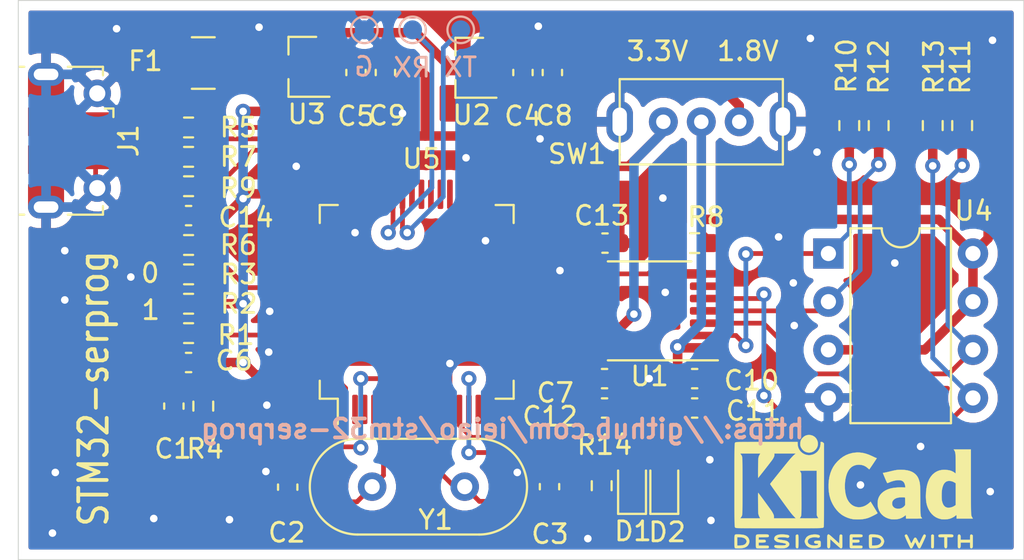
<source format=kicad_pcb>
(kicad_pcb (version 20171130) (host pcbnew 5.1.9+dfsg1-1~bpo10+1)
  (layers (0 F.Cu signal) (31 B.Cu signal) (34 B.Paste user) (35 F.Paste user) (36 B.SilkS user) (37 F.SilkS user) (38 B.Mask user) (39 F.Mask user) (44 Edge.Cuts user))
  (net 0 "")
  (net 1 GND)
  (net 2 nRST)
  (net 3 OSC_I)
  (net 4 OSC_O)
  (net 5 +1V8)
  (net 6 +3V3)
  (net 7 FLASH_VCC)
  (net 8 "Net-(D1-Pad1)")
  (net 9 "Net-(F1-Pad1)")
  (net 10 "Net-(F1-Pad2)")
  (net 11 "Net-(J1-Pad2)")
  (net 12 "Net-(J1-Pad3)")
  (net 13 "Net-(J1-Pad4)")
  (net 14 USART1_RX)
  (net 15 USART1_TX)
  (net 16 "Net-(R1-Pad1)")
  (net 17 BOOT0)
  (net 18 USBDM)
  (net 19 BOOT1)
  (net 20 USBDP)
  (net 21 "Net-(R8-Pad2)")
  (net 22 PA13)
  (net 23 FLASH_NSS)
  (net 24 FLASH_SCK)
  (net 25 FLASH_MOSI)
  (net 26 FLASH_MISO)
  (net 27 PA0)
  (net 28 "Net-(U1-Pad6)")
  (net 29 "Net-(U1-Pad9)")
  (net 30 SPI1_MISO)
  (net 31 SPI1_MOSI)
  (net 32 SPI1_SCK)
  (net 33 SPI1_NSS)
  (net 34 "Net-(U5-Pad2)")
  (net 35 "Net-(U5-Pad3)")
  (net 36 "Net-(U5-Pad4)")
  (net 37 "Net-(U5-Pad8)")
  (net 38 "Net-(U5-Pad9)")
  (net 39 "Net-(U5-Pad10)")
  (net 40 "Net-(U5-Pad11)")
  (net 41 "Net-(U5-Pad15)")
  (net 42 "Net-(U5-Pad16)")
  (net 43 "Net-(U5-Pad17)")
  (net 44 "Net-(U5-Pad24)")
  (net 45 "Net-(U5-Pad25)")
  (net 46 "Net-(U5-Pad26)")
  (net 47 "Net-(U5-Pad27)")
  (net 48 "Net-(U5-Pad28)")
  (net 49 "Net-(U5-Pad29)")
  (net 50 "Net-(U5-Pad30)")
  (net 51 "Net-(U5-Pad33)")
  (net 52 "Net-(U5-Pad34)")
  (net 53 "Net-(U5-Pad35)")
  (net 54 "Net-(U5-Pad36)")
  (net 55 "Net-(U5-Pad37)")
  (net 56 "Net-(U5-Pad38)")
  (net 57 "Net-(U5-Pad39)")
  (net 58 "Net-(U5-Pad40)")
  (net 59 "Net-(U5-Pad41)")
  (net 60 "Net-(U5-Pad49)")
  (net 61 "Net-(U5-Pad50)")
  (net 62 "Net-(U5-Pad51)")
  (net 63 "Net-(U5-Pad52)")
  (net 64 "Net-(U5-Pad53)")
  (net 65 "Net-(U5-Pad54)")
  (net 66 "Net-(U5-Pad56)")
  (net 67 "Net-(U5-Pad57)")
  (net 68 "Net-(U5-Pad58)")
  (net 69 "Net-(U5-Pad59)")
  (net 70 "Net-(U5-Pad61)")
  (net 71 "Net-(U5-Pad62)")
  (module Symbol:KiCad-Logo2_5mm_SilkScreen (layer F.Cu) (at 146.125 81.7)
    (fp_text reference REF** hide)
    (fp_text value KiCad-Logo2_5mm_SilkScreen hide)
  )
  (module Package_SO:TSSOP-14_4.4x5mm_P0.65mm (layer F.Cu) (at 135.375 72.175 180)
    (fp_text reference U1 (at 0 -3.45) (layer F.SilkS))
    (fp_text value TXB0104PW)
    (pad 14 smd roundrect (at 2.8625 -1.95 180) (size 1.475 0.4) (layers F.Cu F.Paste F.Mask) (net 6 +3V3))
    (pad 13 smd roundrect (at 2.8625 -1.3 180) (size 1.475 0.4) (layers F.Cu F.Paste F.Mask) (net 33 SPI1_NSS))
    (pad 12 smd roundrect (at 2.8625 -0.65 180) (size 1.475 0.4) (layers F.Cu F.Paste F.Mask) (net 32 SPI1_SCK))
    (pad 11 smd roundrect (at 2.8625 0 180) (size 1.475 0.4) (layers F.Cu F.Paste F.Mask) (net 30 SPI1_MISO))
    (pad 10 smd roundrect (at 2.8625 0.65 180) (size 1.475 0.4) (layers F.Cu F.Paste F.Mask) (net 31 SPI1_MOSI))
    (pad 9 smd roundrect (at 2.8625 1.3 180) (size 1.475 0.4) (layers F.Cu F.Paste F.Mask) (net 29 "Net-(U1-Pad9)"))
    (pad 8 smd roundrect (at 2.8625 1.95 180) (size 1.475 0.4) (layers F.Cu F.Paste F.Mask) (net 21 "Net-(R8-Pad2)"))
    (pad 7 smd roundrect (at -2.8625 1.95 180) (size 1.475 0.4) (layers F.Cu F.Paste F.Mask) (net 1 GND))
    (pad 6 smd roundrect (at -2.8625 1.3 180) (size 1.475 0.4) (layers F.Cu F.Paste F.Mask) (net 28 "Net-(U1-Pad6)"))
    (pad 5 smd roundrect (at -2.8625 0.65 180) (size 1.475 0.4) (layers F.Cu F.Paste F.Mask) (net 25 FLASH_MOSI))
    (pad 4 smd roundrect (at -2.8625 0 180) (size 1.475 0.4) (layers F.Cu F.Paste F.Mask) (net 26 FLASH_MISO))
    (pad 3 smd roundrect (at -2.8625 -0.65 180) (size 1.475 0.4) (layers F.Cu F.Paste F.Mask) (net 24 FLASH_SCK))
    (pad 2 smd roundrect (at -2.8625 -1.3 180) (size 1.475 0.4) (layers F.Cu F.Paste F.Mask) (net 23 FLASH_NSS))
    (pad 1 smd roundrect (at -2.8625 -1.95 180) (size 1.475 0.4) (layers F.Cu F.Paste F.Mask) (net 7 FLASH_VCC))
  )
  (module Connector_USB:USB_Micro-B_Molex-105017-0001 (layer F.Cu) (at 104.8 63.2 270)
    (fp_text reference J1 (at 0 -3.1125 90) (layer F.SilkS))
    (fp_text value USB_B_Micro)
    (pad 6 smd rect (at 1 1.2375 270) (size 1.5 1.9) (layers F.Cu F.Paste F.Mask) (net 1 GND))
    (pad 6 thru_hole circle (at -2.5 -1.4625 270) (size 1.45 1.45) (drill 0.85) (layers *.Cu *.Mask) (net 1 GND))
    (pad 2 smd rect (at -0.65 -1.4625 270) (size 0.4 1.35) (layers F.Cu F.Paste F.Mask) (net 11 "Net-(J1-Pad2)"))
    (pad 1 smd rect (at -1.3 -1.4625 270) (size 0.4 1.35) (layers F.Cu F.Paste F.Mask) (net 9 "Net-(F1-Pad1)"))
    (pad 5 smd rect (at 1.3 -1.4625 270) (size 0.4 1.35) (layers F.Cu F.Paste F.Mask) (net 1 GND))
    (pad 4 smd rect (at 0.65 -1.4625 270) (size 0.4 1.35) (layers F.Cu F.Paste F.Mask) (net 13 "Net-(J1-Pad4)"))
    (pad 3 smd rect (at 0 -1.4625 270) (size 0.4 1.35) (layers F.Cu F.Paste F.Mask) (net 12 "Net-(J1-Pad3)"))
    (pad 6 thru_hole circle (at 2.5 -1.4625 270) (size 1.45 1.45) (drill 0.85) (layers *.Cu *.Mask) (net 1 GND))
    (pad 6 smd rect (at -1 1.2375 270) (size 1.5 1.9) (layers F.Cu F.Paste F.Mask) (net 1 GND))
    (pad 6 thru_hole oval (at -3.5 1.2375 90) (size 1.2 1.9) (drill oval 0.6 1.3) (layers *.Cu *.Mask) (net 1 GND))
    (pad 6 thru_hole oval (at 3.5 1.2375 270) (size 1.2 1.9) (drill oval 0.6 1.3) (layers *.Cu *.Mask) (net 1 GND))
    (pad 6 smd rect (at 2.9 1.2375 270) (size 1.2 1.9) (layers F.Cu F.Mask) (net 1 GND))
    (pad 6 smd rect (at -2.9 1.2375 270) (size 1.2 1.9) (layers F.Cu F.Mask) (net 1 GND))
  )
  (module TestPoint:TestPoint_Pad_D1.0mm (layer B.Cu) (at 122.88 57.35)
    (fp_text reference RX (at -0.02 1.99) (layer B.SilkS) (effects (justify mirror)))
    (fp_text value RX)
    (pad 1 smd circle (at 0 0) (size 1 1) (layers B.Cu B.Mask) (net 14 USART1_RX))
  )
  (module TestPoint:TestPoint_Pad_D1.0mm (layer B.Cu) (at 125.42 57.35)
    (fp_text reference TX (at 0 1.97) (layer B.SilkS) (effects (justify mirror)))
    (fp_text value TX)
    (pad 1 smd circle (at 0 0) (size 1 1) (layers B.Cu B.Mask) (net 15 USART1_TX))
  )
  (module TestPoint:TestPoint_Pad_D1.0mm (layer B.Cu) (at 120.34 57.35)
    (fp_text reference G (at -0.02 1.94) (layer B.SilkS) (effects (justify mirror)))
    (fp_text value GND)
    (pad 1 smd circle (at 0 0) (size 1 1) (layers B.Cu B.Mask) (net 1 GND))
  )
  (module Package_DIP:DIP-8_W7.62mm (layer F.Cu) (at 144.8 69.15)
    (fp_text reference U4 (at 7.65 -2.25) (layer F.SilkS))
    (fp_text value AT25xxx)
    (pad 8 thru_hole oval (at 7.62 0) (size 1.6 1.6) (drill 0.8) (layers *.Cu *.Mask) (net 7 FLASH_VCC))
    (pad 4 thru_hole oval (at 0 7.62) (size 1.6 1.6) (drill 0.8) (layers *.Cu *.Mask) (net 1 GND))
    (pad 7 thru_hole oval (at 7.62 2.54) (size 1.6 1.6) (drill 0.8) (layers *.Cu *.Mask) (net 7 FLASH_VCC))
    (pad 3 thru_hole oval (at 0 5.08) (size 1.6 1.6) (drill 0.8) (layers *.Cu *.Mask) (net 7 FLASH_VCC))
    (pad 6 thru_hole oval (at 7.62 5.08) (size 1.6 1.6) (drill 0.8) (layers *.Cu *.Mask) (net 24 FLASH_SCK))
    (pad 2 thru_hole oval (at 0 2.54) (size 1.6 1.6) (drill 0.8) (layers *.Cu *.Mask) (net 26 FLASH_MISO))
    (pad 5 thru_hole oval (at 7.62 7.62) (size 1.6 1.6) (drill 0.8) (layers *.Cu *.Mask) (net 25 FLASH_MOSI))
    (pad 1 thru_hole rect (at 0 0) (size 1.6 1.6) (drill 0.8) (layers *.Cu *.Mask) (net 23 FLASH_NSS))
  )
  (module Crystal:Crystal_HC49-4H_Vertical (layer F.Cu) (at 120.75 81.45)
    (fp_text reference Y1 (at 3.35 1.75) (layer F.SilkS))
    (fp_text value 8M)
    (pad 2 thru_hole circle (at 4.88 0) (size 1.5 1.5) (drill 0.8) (layers *.Cu *.Mask) (net 4 OSC_O))
    (pad 1 thru_hole circle (at 0 0) (size 1.5 1.5) (drill 0.8) (layers *.Cu *.Mask) (net 3 OSC_I))
  )
  (module Package_QFP:LQFP-64_10x10mm_P0.5mm (layer F.Cu) (at 123.1 71.7 90)
    (fp_text reference U5 (at 7.55 0.25 180) (layer F.SilkS))
    (fp_text value STM32F102R8Tx)
    (pad 64 smd roundrect (at -3.75 -5.675 90) (size 0.3 1.55) (layers F.Cu F.Paste F.Mask) (net 6 +3V3))
    (pad 63 smd roundrect (at -3.25 -5.675 90) (size 0.3 1.55) (layers F.Cu F.Paste F.Mask) (net 1 GND))
    (pad 62 smd roundrect (at -2.75 -5.675 90) (size 0.3 1.55) (layers F.Cu F.Paste F.Mask) (net 71 "Net-(U5-Pad62)"))
    (pad 61 smd roundrect (at -2.25 -5.675 90) (size 0.3 1.55) (layers F.Cu F.Paste F.Mask) (net 70 "Net-(U5-Pad61)"))
    (pad 60 smd roundrect (at -1.75 -5.675 90) (size 0.3 1.55) (layers F.Cu F.Paste F.Mask) (net 17 BOOT0))
    (pad 59 smd roundrect (at -1.25 -5.675 90) (size 0.3 1.55) (layers F.Cu F.Paste F.Mask) (net 69 "Net-(U5-Pad59)"))
    (pad 58 smd roundrect (at -0.75 -5.675 90) (size 0.3 1.55) (layers F.Cu F.Paste F.Mask) (net 68 "Net-(U5-Pad58)"))
    (pad 57 smd roundrect (at -0.25 -5.675 90) (size 0.3 1.55) (layers F.Cu F.Paste F.Mask) (net 67 "Net-(U5-Pad57)"))
    (pad 56 smd roundrect (at 0.25 -5.675 90) (size 0.3 1.55) (layers F.Cu F.Paste F.Mask) (net 66 "Net-(U5-Pad56)"))
    (pad 55 smd roundrect (at 0.75 -5.675 90) (size 0.3 1.55) (layers F.Cu F.Paste F.Mask) (net 19 BOOT1))
    (pad 54 smd roundrect (at 1.25 -5.675 90) (size 0.3 1.55) (layers F.Cu F.Paste F.Mask) (net 65 "Net-(U5-Pad54)"))
    (pad 53 smd roundrect (at 1.75 -5.675 90) (size 0.3 1.55) (layers F.Cu F.Paste F.Mask) (net 64 "Net-(U5-Pad53)"))
    (pad 52 smd roundrect (at 2.25 -5.675 90) (size 0.3 1.55) (layers F.Cu F.Paste F.Mask) (net 63 "Net-(U5-Pad52)"))
    (pad 51 smd roundrect (at 2.75 -5.675 90) (size 0.3 1.55) (layers F.Cu F.Paste F.Mask) (net 62 "Net-(U5-Pad51)"))
    (pad 50 smd roundrect (at 3.25 -5.675 90) (size 0.3 1.55) (layers F.Cu F.Paste F.Mask) (net 61 "Net-(U5-Pad50)"))
    (pad 49 smd roundrect (at 3.75 -5.675 90) (size 0.3 1.55) (layers F.Cu F.Paste F.Mask) (net 60 "Net-(U5-Pad49)"))
    (pad 48 smd roundrect (at 5.675 -3.75 90) (size 1.55 0.3) (layers F.Cu F.Paste F.Mask) (net 6 +3V3))
    (pad 47 smd roundrect (at 5.675 -3.25 90) (size 1.55 0.3) (layers F.Cu F.Paste F.Mask) (net 1 GND))
    (pad 46 smd roundrect (at 5.675 -2.75 90) (size 1.55 0.3) (layers F.Cu F.Paste F.Mask) (net 22 PA13))
    (pad 45 smd roundrect (at 5.675 -2.25 90) (size 1.55 0.3) (layers F.Cu F.Paste F.Mask) (net 20 USBDP))
    (pad 44 smd roundrect (at 5.675 -1.75 90) (size 1.55 0.3) (layers F.Cu F.Paste F.Mask) (net 18 USBDM))
    (pad 43 smd roundrect (at 5.675 -1.25 90) (size 1.55 0.3) (layers F.Cu F.Paste F.Mask) (net 14 USART1_RX))
    (pad 42 smd roundrect (at 5.675 -0.75 90) (size 1.55 0.3) (layers F.Cu F.Paste F.Mask) (net 15 USART1_TX))
    (pad 41 smd roundrect (at 5.675 -0.25 90) (size 1.55 0.3) (layers F.Cu F.Paste F.Mask) (net 59 "Net-(U5-Pad41)"))
    (pad 40 smd roundrect (at 5.675 0.25 90) (size 1.55 0.3) (layers F.Cu F.Paste F.Mask) (net 58 "Net-(U5-Pad40)"))
    (pad 39 smd roundrect (at 5.675 0.75 90) (size 1.55 0.3) (layers F.Cu F.Paste F.Mask) (net 57 "Net-(U5-Pad39)"))
    (pad 38 smd roundrect (at 5.675 1.25 90) (size 1.55 0.3) (layers F.Cu F.Paste F.Mask) (net 56 "Net-(U5-Pad38)"))
    (pad 37 smd roundrect (at 5.675 1.75 90) (size 1.55 0.3) (layers F.Cu F.Paste F.Mask) (net 55 "Net-(U5-Pad37)"))
    (pad 36 smd roundrect (at 5.675 2.25 90) (size 1.55 0.3) (layers F.Cu F.Paste F.Mask) (net 54 "Net-(U5-Pad36)"))
    (pad 35 smd roundrect (at 5.675 2.75 90) (size 1.55 0.3) (layers F.Cu F.Paste F.Mask) (net 53 "Net-(U5-Pad35)"))
    (pad 34 smd roundrect (at 5.675 3.25 90) (size 1.55 0.3) (layers F.Cu F.Paste F.Mask) (net 52 "Net-(U5-Pad34)"))
    (pad 33 smd roundrect (at 5.675 3.75 90) (size 1.55 0.3) (layers F.Cu F.Paste F.Mask) (net 51 "Net-(U5-Pad33)"))
    (pad 32 smd roundrect (at 3.75 5.675 90) (size 0.3 1.55) (layers F.Cu F.Paste F.Mask) (net 6 +3V3))
    (pad 31 smd roundrect (at 3.25 5.675 90) (size 0.3 1.55) (layers F.Cu F.Paste F.Mask) (net 1 GND))
    (pad 30 smd roundrect (at 2.75 5.675 90) (size 0.3 1.55) (layers F.Cu F.Paste F.Mask) (net 50 "Net-(U5-Pad30)"))
    (pad 29 smd roundrect (at 2.25 5.675 90) (size 0.3 1.55) (layers F.Cu F.Paste F.Mask) (net 49 "Net-(U5-Pad29)"))
    (pad 28 smd roundrect (at 1.75 5.675 90) (size 0.3 1.55) (layers F.Cu F.Paste F.Mask) (net 48 "Net-(U5-Pad28)"))
    (pad 27 smd roundrect (at 1.25 5.675 90) (size 0.3 1.55) (layers F.Cu F.Paste F.Mask) (net 47 "Net-(U5-Pad27)"))
    (pad 26 smd roundrect (at 0.75 5.675 90) (size 0.3 1.55) (layers F.Cu F.Paste F.Mask) (net 46 "Net-(U5-Pad26)"))
    (pad 25 smd roundrect (at 0.25 5.675 90) (size 0.3 1.55) (layers F.Cu F.Paste F.Mask) (net 45 "Net-(U5-Pad25)"))
    (pad 24 smd roundrect (at -0.25 5.675 90) (size 0.3 1.55) (layers F.Cu F.Paste F.Mask) (net 44 "Net-(U5-Pad24)"))
    (pad 23 smd roundrect (at -0.75 5.675 90) (size 0.3 1.55) (layers F.Cu F.Paste F.Mask) (net 31 SPI1_MOSI))
    (pad 22 smd roundrect (at -1.25 5.675 90) (size 0.3 1.55) (layers F.Cu F.Paste F.Mask) (net 30 SPI1_MISO))
    (pad 21 smd roundrect (at -1.75 5.675 90) (size 0.3 1.55) (layers F.Cu F.Paste F.Mask) (net 32 SPI1_SCK))
    (pad 20 smd roundrect (at -2.25 5.675 90) (size 0.3 1.55) (layers F.Cu F.Paste F.Mask) (net 33 SPI1_NSS))
    (pad 19 smd roundrect (at -2.75 5.675 90) (size 0.3 1.55) (layers F.Cu F.Paste F.Mask) (net 6 +3V3))
    (pad 18 smd roundrect (at -3.25 5.675 90) (size 0.3 1.55) (layers F.Cu F.Paste F.Mask) (net 1 GND))
    (pad 17 smd roundrect (at -3.75 5.675 90) (size 0.3 1.55) (layers F.Cu F.Paste F.Mask) (net 43 "Net-(U5-Pad17)"))
    (pad 16 smd roundrect (at -5.675 3.75 90) (size 1.55 0.3) (layers F.Cu F.Paste F.Mask) (net 42 "Net-(U5-Pad16)"))
    (pad 15 smd roundrect (at -5.675 3.25 90) (size 1.55 0.3) (layers F.Cu F.Paste F.Mask) (net 41 "Net-(U5-Pad15)"))
    (pad 14 smd roundrect (at -5.675 2.75 90) (size 1.55 0.3) (layers F.Cu F.Paste F.Mask) (net 27 PA0))
    (pad 13 smd roundrect (at -5.675 2.25 90) (size 1.55 0.3) (layers F.Cu F.Paste F.Mask) (net 6 +3V3))
    (pad 12 smd roundrect (at -5.675 1.75 90) (size 1.55 0.3) (layers F.Cu F.Paste F.Mask) (net 1 GND))
    (pad 11 smd roundrect (at -5.675 1.25 90) (size 1.55 0.3) (layers F.Cu F.Paste F.Mask) (net 40 "Net-(U5-Pad11)"))
    (pad 10 smd roundrect (at -5.675 0.75 90) (size 1.55 0.3) (layers F.Cu F.Paste F.Mask) (net 39 "Net-(U5-Pad10)"))
    (pad 9 smd roundrect (at -5.675 0.25 90) (size 1.55 0.3) (layers F.Cu F.Paste F.Mask) (net 38 "Net-(U5-Pad9)"))
    (pad 8 smd roundrect (at -5.675 -0.25 90) (size 1.55 0.3) (layers F.Cu F.Paste F.Mask) (net 37 "Net-(U5-Pad8)"))
    (pad 7 smd roundrect (at -5.675 -0.75 90) (size 1.55 0.3) (layers F.Cu F.Paste F.Mask) (net 2 nRST))
    (pad 6 smd roundrect (at -5.675 -1.25 90) (size 1.55 0.3) (layers F.Cu F.Paste F.Mask) (net 4 OSC_O))
    (pad 5 smd roundrect (at -5.675 -1.75 90) (size 1.55 0.3) (layers F.Cu F.Paste F.Mask) (net 3 OSC_I))
    (pad 4 smd roundrect (at -5.675 -2.25 90) (size 1.55 0.3) (layers F.Cu F.Paste F.Mask) (net 36 "Net-(U5-Pad4)"))
    (pad 3 smd roundrect (at -5.675 -2.75 90) (size 1.55 0.3) (layers F.Cu F.Paste F.Mask) (net 35 "Net-(U5-Pad3)"))
    (pad 2 smd roundrect (at -5.675 -3.25 90) (size 1.55 0.3) (layers F.Cu F.Paste F.Mask) (net 34 "Net-(U5-Pad2)"))
    (pad 1 smd roundrect (at -5.675 -3.75 90) (size 1.55 0.3) (layers F.Cu F.Paste F.Mask) (net 6 +3V3))
  )
  (module Resistor_SMD:R_0603_1608Metric (layer F.Cu) (at 151.85 62.4 270)
    (fp_text reference R11 (at -3.1 0.1 270) (layer F.SilkS))
    (fp_text value 10K)
    (pad 1 smd roundrect (at -0.825 0 270) (size 0.8 0.95) (layers F.Cu F.Paste F.Mask) (net 7 FLASH_VCC))
    (pad 2 smd roundrect (at 0.825 0 270) (size 0.8 0.95) (layers F.Cu F.Paste F.Mask) (net 24 FLASH_SCK))
  )
  (module Capacitor_SMD:C_0603_1608Metric (layer F.Cu) (at 110.3 77.2 90)
    (fp_text reference C1 (at -2.25 -0.05 180) (layer F.SilkS))
    (fp_text value 100nF)
    (pad 1 smd roundrect (at -0.775 0 90) (size 0.9 0.95) (layers F.Cu F.Paste F.Mask) (net 2 nRST))
    (pad 2 smd roundrect (at 0.775 0 90) (size 0.9 0.95) (layers F.Cu F.Paste F.Mask) (net 1 GND))
  )
  (module Capacitor_SMD:C_0603_1608Metric (layer F.Cu) (at 116.3 81.475 90)
    (fp_text reference C2 (at -2.4 -0.05) (layer F.SilkS))
    (fp_text value 22pF)
    (pad 2 smd roundrect (at 0.775 0 90) (size 0.9 0.95) (layers F.Cu F.Paste F.Mask) (net 1 GND))
    (pad 1 smd roundrect (at -0.775 0 90) (size 0.9 0.95) (layers F.Cu F.Paste F.Mask) (net 3 OSC_I))
  )
  (module Capacitor_SMD:C_0603_1608Metric (layer F.Cu) (at 130.1 81.45 90)
    (fp_text reference C3 (at -2.5 0.025) (layer F.SilkS))
    (fp_text value 22pF)
    (pad 1 smd roundrect (at -0.775 0 90) (size 0.9 0.95) (layers F.Cu F.Paste F.Mask) (net 4 OSC_O))
    (pad 2 smd roundrect (at 0.775 0 90) (size 0.9 0.95) (layers F.Cu F.Paste F.Mask) (net 1 GND))
  )
  (module Capacitor_SMD:C_0603_1608Metric (layer F.Cu) (at 128.7 59.6 270)
    (fp_text reference C4 (at 2.3 0) (layer F.SilkS))
    (fp_text value 4.7uF)
    (pad 2 smd roundrect (at 0.775 0 270) (size 0.9 0.95) (layers F.Cu F.Paste F.Mask) (net 1 GND))
    (pad 1 smd roundrect (at -0.775 0 270) (size 0.9 0.95) (layers F.Cu F.Paste F.Mask) (net 5 +1V8))
  )
  (module Capacitor_SMD:C_0603_1608Metric (layer F.Cu) (at 119.9 59.6 270)
    (fp_text reference C5 (at 2.3 0) (layer F.SilkS))
    (fp_text value 4.7uF)
    (pad 1 smd roundrect (at -0.775 0 270) (size 0.9 0.95) (layers F.Cu F.Paste F.Mask) (net 6 +3V3))
    (pad 2 smd roundrect (at 0.775 0 270) (size 0.9 0.95) (layers F.Cu F.Paste F.Mask) (net 1 GND))
  )
  (module Capacitor_SMD:C_0603_1608Metric (layer F.Cu) (at 111.075 74.9 180)
    (fp_text reference C6 (at -2.4 0.1) (layer F.SilkS))
    (fp_text value 100nF)
    (pad 2 smd roundrect (at 0.775 0 180) (size 0.9 0.95) (layers F.Cu F.Paste F.Mask) (net 1 GND))
    (pad 1 smd roundrect (at -0.775 0 180) (size 0.9 0.95) (layers F.Cu F.Paste F.Mask) (net 6 +3V3))
  )
  (module Capacitor_SMD:C_0603_1608Metric (layer F.Cu) (at 133 75.75 180)
    (fp_text reference C7 (at 2.6 -0.75) (layer F.SilkS))
    (fp_text value 100nF)
    (pad 1 smd roundrect (at -0.775 0 180) (size 0.9 0.95) (layers F.Cu F.Paste F.Mask) (net 6 +3V3))
    (pad 2 smd roundrect (at 0.775 0 180) (size 0.9 0.95) (layers F.Cu F.Paste F.Mask) (net 1 GND))
  )
  (module Capacitor_SMD:C_0603_1608Metric (layer F.Cu) (at 130.25 59.6 270)
    (fp_text reference C8 (at 2.275 -0.1) (layer F.SilkS))
    (fp_text value 100nF)
    (pad 1 smd roundrect (at -0.775 0 270) (size 0.9 0.95) (layers F.Cu F.Paste F.Mask) (net 5 +1V8))
    (pad 2 smd roundrect (at 0.775 0 270) (size 0.9 0.95) (layers F.Cu F.Paste F.Mask) (net 1 GND))
  )
  (module Capacitor_SMD:C_0603_1608Metric (layer F.Cu) (at 121.45 59.6 270)
    (fp_text reference C9 (at 2.275 -0.1) (layer F.SilkS))
    (fp_text value 100nF)
    (pad 2 smd roundrect (at 0.775 0 270) (size 0.9 0.95) (layers F.Cu F.Paste F.Mask) (net 1 GND))
    (pad 1 smd roundrect (at -0.775 0 270) (size 0.9 0.95) (layers F.Cu F.Paste F.Mask) (net 6 +3V3))
  )
  (module Capacitor_SMD:C_0603_1608Metric (layer F.Cu) (at 137.75 75.75)
    (fp_text reference C10 (at 3 0.1 180) (layer F.SilkS))
    (fp_text value 100nF)
    (pad 1 smd roundrect (at -0.775 0) (size 0.9 0.95) (layers F.Cu F.Paste F.Mask) (net 7 FLASH_VCC))
    (pad 2 smd roundrect (at 0.775 0) (size 0.9 0.95) (layers F.Cu F.Paste F.Mask) (net 1 GND))
  )
  (module Capacitor_SMD:C_0603_1608Metric (layer F.Cu) (at 137.75 77.3)
    (fp_text reference C11 (at 3.1 0.15 180) (layer F.SilkS))
    (fp_text value 100nF)
    (pad 2 smd roundrect (at 0.775 0) (size 0.9 0.95) (layers F.Cu F.Paste F.Mask) (net 1 GND))
    (pad 1 smd roundrect (at -0.775 0) (size 0.9 0.95) (layers F.Cu F.Paste F.Mask) (net 6 +3V3))
  )
  (module Capacitor_SMD:C_0603_1608Metric (layer F.Cu) (at 133 77.3 180)
    (fp_text reference C12 (at 2.875 -0.45) (layer F.SilkS))
    (fp_text value 100nF)
    (pad 2 smd roundrect (at 0.775 0 180) (size 0.9 0.95) (layers F.Cu F.Paste F.Mask) (net 1 GND))
    (pad 1 smd roundrect (at -0.775 0 180) (size 0.9 0.95) (layers F.Cu F.Paste F.Mask) (net 6 +3V3))
  )
  (module Capacitor_SMD:C_0603_1608Metric (layer F.Cu) (at 133.025 68.6)
    (fp_text reference C13 (at -0.175 -1.45 180) (layer F.SilkS))
    (fp_text value 100nF)
    (pad 1 smd roundrect (at -0.775 0) (size 0.9 0.95) (layers F.Cu F.Paste F.Mask) (net 6 +3V3))
    (pad 2 smd roundrect (at 0.775 0) (size 0.9 0.95) (layers F.Cu F.Paste F.Mask) (net 1 GND))
  )
  (module Capacitor_SMD:C_0603_1608Metric (layer F.Cu) (at 111.075 67.15 180)
    (fp_text reference C14 (at -3.025 -0.1 180) (layer F.SilkS))
    (fp_text value 100nF)
    (pad 2 smd roundrect (at 0.775 0 180) (size 0.9 0.95) (layers F.Cu F.Paste F.Mask) (net 1 GND))
    (pad 1 smd roundrect (at -0.775 0 180) (size 0.9 0.95) (layers F.Cu F.Paste F.Mask) (net 6 +3V3))
  )
  (module LED_SMD:LED_0603_1608Metric (layer F.Cu) (at 134.45 81.4 90)
    (fp_text reference D1 (at -2.4 0.05 180) (layer F.SilkS))
    (fp_text value IDLE)
    (pad 2 smd roundrect (at 0.7875 0 90) (size 0.875 0.95) (layers F.Cu F.Paste F.Mask) (net 6 +3V3))
    (pad 1 smd roundrect (at -0.7875 0 90) (size 0.875 0.95) (layers F.Cu F.Paste F.Mask) (net 8 "Net-(D1-Pad1)"))
  )
  (module LED_SMD:LED_0603_1608Metric (layer F.Cu) (at 136.15 81.4 90)
    (fp_text reference D2 (at -2.45 0.15 180) (layer F.SilkS))
    (fp_text value BUSY)
    (pad 1 smd roundrect (at -0.7875 0 90) (size 0.875 0.95) (layers F.Cu F.Paste F.Mask) (net 1 GND))
    (pad 2 smd roundrect (at 0.7875 0 90) (size 0.875 0.95) (layers F.Cu F.Paste F.Mask) (net 8 "Net-(D1-Pad1)"))
  )
  (module Fuse:Fuse_1210_3225Metric (layer F.Cu) (at 111.85 59.1)
    (fp_text reference F1 (at -3.05 -0.1 180) (layer F.SilkS))
    (fp_text value Fuse_Polarized)
    (pad 2 smd roundrect (at 1.4 0) (size 1.25 2.65) (layers F.Cu F.Paste F.Mask) (roundrect_rratio 0.2) (net 10 "Net-(F1-Pad2)"))
    (pad 1 smd roundrect (at -1.4 0) (size 1.25 2.65) (layers F.Cu F.Paste F.Mask) (roundrect_rratio 0.2) (net 9 "Net-(F1-Pad1)"))
  )
  (module Resistor_SMD:R_0603_1608Metric (layer F.Cu) (at 111.075 73.35)
    (fp_text reference R1 (at 2.5 0.1 180) (layer F.SilkS))
    (fp_text value 10K_1%)
    (pad 2 smd roundrect (at 0.825 0) (size 0.8 0.95) (layers F.Cu F.Paste F.Mask) (net 17 BOOT0))
    (pad 1 smd roundrect (at -0.825 0) (size 0.8 0.95) (layers F.Cu F.Paste F.Mask) (net 16 "Net-(R1-Pad1)"))
  )
  (module Resistor_SMD:R_0603_1608Metric (layer F.Cu) (at 111.075 71.8)
    (fp_text reference R2 (at 2.65 0 180) (layer F.SilkS))
    (fp_text value 0R)
    (pad 2 smd roundrect (at 0.825 0) (size 0.8 0.95) (layers F.Cu F.Paste F.Mask) (net 6 +3V3))
    (pad 1 smd roundrect (at -0.825 0) (size 0.8 0.95) (layers F.Cu F.Paste F.Mask) (net 16 "Net-(R1-Pad1)"))
  )
  (module Resistor_SMD:R_0603_1608Metric (layer F.Cu) (at 111.075 70.25 180)
    (fp_text reference R3 (at -2.65 0 180) (layer F.SilkS))
    (fp_text value 0R)
    (pad 2 smd roundrect (at 0.825 0 180) (size 0.8 0.95) (layers F.Cu F.Paste F.Mask) (net 1 GND))
    (pad 1 smd roundrect (at -0.825 0 180) (size 0.8 0.95) (layers F.Cu F.Paste F.Mask) (net 16 "Net-(R1-Pad1)"))
  )
  (module Resistor_SMD:R_0603_1608Metric (layer F.Cu) (at 111.85 77.2 270)
    (fp_text reference R4 (at 2.25 -0.1 180) (layer F.SilkS))
    (fp_text value 10K_1%)
    (pad 2 smd roundrect (at 0.825 0 270) (size 0.8 0.95) (layers F.Cu F.Paste F.Mask) (net 2 nRST))
    (pad 1 smd roundrect (at -0.825 0 270) (size 0.8 0.95) (layers F.Cu F.Paste F.Mask) (net 6 +3V3))
  )
  (module Resistor_SMD:R_0603_1608Metric (layer F.Cu) (at 111.075 62.5 180)
    (fp_text reference R5 (at -2.625 0) (layer F.SilkS))
    (fp_text value 22R_1%)
    (pad 1 smd roundrect (at -0.825 0 180) (size 0.8 0.95) (layers F.Cu F.Paste F.Mask) (net 18 USBDM))
    (pad 2 smd roundrect (at 0.825 0 180) (size 0.8 0.95) (layers F.Cu F.Paste F.Mask) (net 11 "Net-(J1-Pad2)"))
  )
  (module Resistor_SMD:R_0603_1608Metric (layer F.Cu) (at 111.075 68.7 180)
    (fp_text reference R6 (at -2.625 0) (layer F.SilkS))
    (fp_text value 10K_1%)
    (pad 1 smd roundrect (at -0.825 0 180) (size 0.8 0.95) (layers F.Cu F.Paste F.Mask) (net 19 BOOT1))
    (pad 2 smd roundrect (at 0.825 0 180) (size 0.8 0.95) (layers F.Cu F.Paste F.Mask) (net 1 GND))
  )
  (module Resistor_SMD:R_0603_1608Metric (layer F.Cu) (at 111.075 64.05)
    (fp_text reference R7 (at 2.625 0) (layer F.SilkS))
    (fp_text value 22R_1%)
    (pad 1 smd roundrect (at -0.825 0) (size 0.8 0.95) (layers F.Cu F.Paste F.Mask) (net 12 "Net-(J1-Pad3)"))
    (pad 2 smd roundrect (at 0.825 0) (size 0.8 0.95) (layers F.Cu F.Paste F.Mask) (net 20 USBDP))
  )
  (module Resistor_SMD:R_0603_1608Metric (layer F.Cu) (at 137.75 68.6 180)
    (fp_text reference R8 (at -0.6 1.375) (layer F.SilkS))
    (fp_text value 10K)
    (pad 2 smd roundrect (at 0.825 0 180) (size 0.8 0.95) (layers F.Cu F.Paste F.Mask) (net 21 "Net-(R8-Pad2)"))
    (pad 1 smd roundrect (at -0.825 0 180) (size 0.8 0.95) (layers F.Cu F.Paste F.Mask) (net 7 FLASH_VCC))
  )
  (module Resistor_SMD:R_0603_1608Metric (layer F.Cu) (at 111.075 65.6)
    (fp_text reference R9 (at 2.625 0.1 180) (layer F.SilkS))
    (fp_text value 1.5K_1%)
    (pad 1 smd roundrect (at -0.825 0) (size 0.8 0.95) (layers F.Cu F.Paste F.Mask) (net 12 "Net-(J1-Pad3)"))
    (pad 2 smd roundrect (at 0.825 0) (size 0.8 0.95) (layers F.Cu F.Paste F.Mask) (net 22 PA13))
  )
  (module Resistor_SMD:R_0603_1608Metric (layer F.Cu) (at 145.9 62.4 270)
    (fp_text reference R10 (at -3.15 0.15 270) (layer F.SilkS))
    (fp_text value 10K)
    (pad 2 smd roundrect (at 0.825 0 270) (size 0.8 0.95) (layers F.Cu F.Paste F.Mask) (net 23 FLASH_NSS))
    (pad 1 smd roundrect (at -0.825 0 270) (size 0.8 0.95) (layers F.Cu F.Paste F.Mask) (net 7 FLASH_VCC))
  )
  (module Resistor_SMD:R_0603_1608Metric (layer F.Cu) (at 147.45 62.4 270)
    (fp_text reference R12 (at -3.1 0 270) (layer F.SilkS))
    (fp_text value 10K)
    (pad 2 smd roundrect (at 0.825 0 270) (size 0.8 0.95) (layers F.Cu F.Paste F.Mask) (net 26 FLASH_MISO))
    (pad 1 smd roundrect (at -0.825 0 270) (size 0.8 0.95) (layers F.Cu F.Paste F.Mask) (net 7 FLASH_VCC))
  )
  (module Resistor_SMD:R_0603_1608Metric (layer F.Cu) (at 150.3 62.4 270)
    (fp_text reference R13 (at -3.1 -0.05 90) (layer F.SilkS))
    (fp_text value 10K)
    (pad 1 smd roundrect (at -0.825 0 270) (size 0.8 0.95) (layers F.Cu F.Paste F.Mask) (net 7 FLASH_VCC))
    (pad 2 smd roundrect (at 0.825 0 270) (size 0.8 0.95) (layers F.Cu F.Paste F.Mask) (net 25 FLASH_MOSI))
  )
  (module Resistor_SMD:R_0603_1608Metric (layer F.Cu) (at 132.85 81.4 270)
    (fp_text reference R14 (at -2.15 -0.15 180) (layer F.SilkS))
    (fp_text value 1K)
    (pad 1 smd roundrect (at -0.825 0 270) (size 0.8 0.95) (layers F.Cu F.Paste F.Mask) (net 27 PA0))
    (pad 2 smd roundrect (at 0.825 0 270) (size 0.8 0.95) (layers F.Cu F.Paste F.Mask) (net 8 "Net-(D1-Pad1)"))
  )
  (module custom:SW-DIP-3 (layer F.Cu) (at 133.8 64.45 90)
    (fp_text reference SW1 (at 0.55 -2.25 180) (layer F.SilkS))
    (fp_text value SW_Push_SPDT)
    (pad "" thru_hole oval (at 2.26 8.6 90) (size 2.2 1.4) (drill oval 1.5 0.76) (layers *.Cu *.Mask) (net 1 GND))
    (pad "" thru_hole oval (at 2.25 0 90) (size 2.2 1.4) (drill oval 1.5 0.76) (layers *.Cu *.Mask) (net 1 GND))
    (pad 3 thru_hole circle (at 2.25 6.3 90) (size 1.524 1.524) (drill 0.762) (layers *.Cu *.Mask) (net 5 +1V8))
    (pad 2 thru_hole circle (at 2.25 4.3 90) (size 1.524 1.524) (drill 0.762) (layers *.Cu *.Mask) (net 7 FLASH_VCC))
    (pad 1 thru_hole circle (at 2.25 2.3 90) (size 1.524 1.524) (drill 0.762) (layers *.Cu *.Mask) (net 6 +3V3))
  )
  (module Package_TO_SOT_SMD:SOT-23 (layer F.Cu) (at 125.9 59.35 180)
    (fp_text reference U2 (at -0.1 -2.5 180) (layer F.SilkS))
    (fp_text value XC6206PxxxMR1v8)
    (pad 1 smd rect (at -1 -0.95 180) (size 0.9 0.8) (layers F.Cu F.Paste F.Mask) (net 1 GND))
    (pad 2 smd rect (at -1 0.95 180) (size 0.9 0.8) (layers F.Cu F.Paste F.Mask) (net 5 +1V8))
    (pad 3 smd rect (at 1 0 180) (size 0.9 0.8) (layers F.Cu F.Paste F.Mask) (net 10 "Net-(F1-Pad2)"))
  )
  (module Package_TO_SOT_SMD:SOT-23 (layer F.Cu) (at 117.1 59.3 180)
    (fp_text reference U3 (at -0.2 -2.5 180) (layer F.SilkS))
    (fp_text value XC6206PxxxMR3v3)
    (pad 3 smd rect (at 1 0 180) (size 0.9 0.8) (layers F.Cu F.Paste F.Mask) (net 10 "Net-(F1-Pad2)"))
    (pad 2 smd rect (at -1 0.95 180) (size 0.9 0.8) (layers F.Cu F.Paste F.Mask) (net 6 +3V3))
    (pad 1 smd rect (at -1 -0.95 180) (size 0.9 0.8) (layers F.Cu F.Paste F.Mask) (net 1 GND))
  )
  (gr_text https://github.com/ieiao/stm32-serprog (at 127.625 78.4) (layer B.SilkS) (effects (font (size 1 1) (thickness 0.2)) (justify mirror)))
  (gr_text 0 (at 109.05 70.18) (layer F.SilkS) (effects (font (size 1 1))))
  (gr_text 1 (at 109.08 72.13) (layer F.SilkS) (effects (font (size 1 1))))
  (gr_text STM32-serprog (at 106.075 76.275 90) (layer F.SilkS) (effects (font (size 1.5 1.25) (thickness 0.2))))
  (gr_line (start 102.1 55.8) (end 102.1 85.3) (layer Edge.Cuts) (width 0.05))
  (gr_line (start 155.1 55.8) (end 102.1 55.8) (layer Edge.Cuts) (width 0.05))
  (gr_line (start 155.1 85.3) (end 155.1 55.8) (layer Edge.Cuts) (width 0.05))
  (gr_line (start 102.1 85.3) (end 155.1 85.3) (layer Edge.Cuts) (width 0.05))
  (gr_text "3.3V  1.8V" (at 138.175 58.475) (layer F.SilkS) (effects (font (size 1 1))))
  (segment (start 121.6 60.25) (end 121.7 60.35) (width 0.5) (layer F.Cu) (net 1))
  (segment (start 118.1 60.25) (end 121.6 60.25) (width 0.5) (layer F.Cu) (net 1))
  (segment (start 130.45 60.3) (end 130.5 60.35) (width 0.5) (layer F.Cu) (net 1))
  (segment (start 126.9 60.3) (end 130.45 60.3) (width 0.5) (layer F.Cu) (net 1))
  (via (at 124.85 74.950002) (size 0.8) (drill 0.4) (layers F.Cu B.Cu) (net 1))
  (segment (start 124.85 77.375) (end 124.85 74.950002) (width 0.25) (layer F.Cu) (net 1))
  (segment (start 124.850002 74.95) (end 124.85 74.950002) (width 0.25) (layer F.Cu) (net 1))
  (segment (start 128.775 74.95) (end 124.850002 74.95) (width 0.25) (layer F.Cu) (net 1))
  (via (at 115.15 80.65) (size 0.8) (drill 0.4) (layers F.Cu B.Cu) (net 1))
  (segment (start 115.2 80.7) (end 115.15 80.65) (width 0.5) (layer F.Cu) (net 1))
  (segment (start 116.3 80.7) (end 115.2 80.7) (width 0.5) (layer F.Cu) (net 1))
  (segment (start 117.65 74.95) (end 117.650002 74.950002) (width 0.25) (layer F.Cu) (net 1))
  (segment (start 117.650002 74.950002) (end 124.85 74.950002) (width 0.25) (layer F.Cu) (net 1))
  (segment (start 117.425 74.95) (end 117.65 74.95) (width 0.25) (layer F.Cu) (net 1))
  (via (at 128.4 80.7) (size 0.8) (drill 0.4) (layers F.Cu B.Cu) (net 1))
  (via (at 129.6 63.1) (size 0.8) (drill 0.4) (layers F.Cu B.Cu) (net 1))
  (via (at 116.75 64.55) (size 0.8) (drill 0.4) (layers F.Cu B.Cu) (net 1))
  (via (at 119.85 68.05) (size 0.8) (drill 0.4) (layers F.Cu B.Cu) (net 1))
  (segment (start 119.85 68.05) (end 119.85 66.025) (width 0.25) (layer F.Cu) (net 1))
  (via (at 122.35 61.75) (size 0.8) (drill 0.4) (layers F.Cu B.Cu) (net 1))
  (segment (start 122.35 61) (end 121.7 60.35) (width 0.5) (layer F.Cu) (net 1))
  (segment (start 122.35 61.75) (end 122.35 61) (width 0.5) (layer F.Cu) (net 1))
  (segment (start 106.175 64.585) (end 106.26 64.5) (width 0.25) (layer F.Cu) (net 1))
  (segment (start 106.175 65.6875) (end 106.175 64.585) (width 0.25) (layer F.Cu) (net 1))
  (via (at 104.55 69) (size 0.8) (drill 0.4) (layers F.Cu B.Cu) (net 1))
  (via (at 104.55 71.6) (size 0.8) (drill 0.4) (layers F.Cu B.Cu) (net 1))
  (via (at 108.03 70.39) (size 0.8) (drill 0.4) (layers F.Cu B.Cu) (net 1))
  (via (at 104.05 80.7) (size 0.8) (drill 0.4) (layers F.Cu B.Cu) (net 1))
  (via (at 103.9 83.9) (size 0.8) (drill 0.4) (layers F.Cu B.Cu) (net 1))
  (via (at 144.2 63.8) (size 0.8) (drill 0.4) (layers F.Cu B.Cu) (net 1))
  (via (at 143.85 57.8) (size 0.8) (drill 0.4) (layers F.Cu B.Cu) (net 1))
  (via (at 153.45 57.9) (size 0.8) (drill 0.4) (layers F.Cu B.Cu) (net 1))
  (via (at 146.49 81.36) (size 0.8) (drill 0.4) (layers F.Cu B.Cu) (net 1))
  (via (at 138.61 83.23) (size 0.8) (drill 0.4) (layers F.Cu B.Cu) (net 1))
  (via (at 138.55 80.03) (size 0.8) (drill 0.4) (layers F.Cu B.Cu) (net 1))
  (via (at 153.33 81.71) (size 0.8) (drill 0.4) (layers F.Cu B.Cu) (net 1))
  (via (at 149.66 79.33) (size 0.8) (drill 0.4) (layers F.Cu B.Cu) (net 1))
  (via (at 115.35 72.2) (size 0.8) (drill 0.4) (layers F.Cu B.Cu) (net 1))
  (via (at 115.3 74.35) (size 0.8) (drill 0.4) (layers F.Cu B.Cu) (net 1))
  (via (at 125.7 64.1) (size 0.8) (drill 0.4) (layers F.Cu B.Cu) (net 1))
  (via (at 130.65 70.05) (size 0.8) (drill 0.4) (layers F.Cu B.Cu) (net 1))
  (via (at 142.95 70.7) (size 0.8) (drill 0.4) (layers F.Cu B.Cu) (net 1))
  (via (at 143 72.95) (size 0.8) (drill 0.4) (layers F.Cu B.Cu) (net 1))
  (via (at 148.3 69.65) (size 0.8) (drill 0.4) (layers F.Cu B.Cu) (net 1))
  (via (at 115.2 77.15) (size 0.8) (drill 0.4) (layers F.Cu B.Cu) (net 1))
  (via (at 109.24 83.13) (size 0.8) (drill 0.4) (layers F.Cu B.Cu) (net 1))
  (via (at 113.23 83.19) (size 0.8) (drill 0.4) (layers F.Cu B.Cu) (net 1))
  (via (at 129.51 57.16) (size 0.8) (drill 0.4) (layers F.Cu B.Cu) (net 1))
  (via (at 114.79 57.21) (size 0.8) (drill 0.4) (layers F.Cu B.Cu) (net 1))
  (via (at 107.28 57.29) (size 0.8) (drill 0.4) (layers F.Cu B.Cu) (net 1))
  (via (at 132.12 84.19) (size 0.8) (drill 0.4) (layers F.Cu B.Cu) (net 1))
  (segment (start 110.3 70.2) (end 110.25 70.25) (width 0.5) (layer F.Cu) (net 1))
  (segment (start 110.3 67.15) (end 110.3 70.2) (width 0.5) (layer F.Cu) (net 1))
  (via (at 135.35 75.75) (size 0.8) (drill 0.4) (layers F.Cu B.Cu) (net 1))
  (via (at 126.725 68.475008) (size 0.8) (drill 0.4) (layers F.Cu B.Cu) (net 1))
  (segment (start 126.750008 68.45) (end 126.725 68.475008) (width 0.25) (layer F.Cu) (net 1))
  (segment (start 128.775 68.45) (end 126.750008 68.45) (width 0.25) (layer F.Cu) (net 1))
  (segment (start 132.225 77.3) (end 132.225 75.75) (width 0.5) (layer F.Cu) (net 1))
  (segment (start 138.525 75.75) (end 138.525 77.3) (width 0.5) (layer F.Cu) (net 1))
  (via (at 136.075 66.225) (size 0.8) (drill 0.4) (layers F.Cu B.Cu) (net 1))
  (via (at 136.2 71.2) (size 0.8) (drill 0.4) (layers F.Cu B.Cu) (net 1))
  (segment (start 137.175 70.225) (end 136.2 71.2) (width 0.5) (layer F.Cu) (net 1))
  (segment (start 138.2375 70.225) (end 137.175 70.225) (width 0.5) (layer F.Cu) (net 1))
  (via (at 142.175 68.275) (size 0.8) (drill 0.4) (layers F.Cu B.Cu) (net 1))
  (via (at 120.15 75.75) (size 0.8) (drill 0.4) (layers F.Cu B.Cu) (net 2))
  (segment (start 121.565702 75.75) (end 122.35 76.534298) (width 0.25) (layer F.Cu) (net 2))
  (segment (start 122.35 76.534298) (end 122.35 77.375) (width 0.25) (layer F.Cu) (net 2))
  (segment (start 120.15 75.75) (end 121.565702 75.75) (width 0.25) (layer F.Cu) (net 2))
  (segment (start 120.15 79.4) (end 120.15 79.4) (width 0.25) (layer F.Cu) (net 2))
  (segment (start 120.15 79.4) (end 120.15 79.4) (width 0.25) (layer F.Cu) (net 2))
  (segment (start 120.15 79.4) (end 120.15 75.75) (width 0.25) (layer B.Cu) (net 2))
  (via (at 120.15 79.4) (size 0.8) (drill 0.4) (layers F.Cu B.Cu) (net 2))
  (segment (start 120.1 79.35) (end 120.15 79.4) (width 0.25) (layer F.Cu) (net 2))
  (segment (start 111.85 78.025) (end 113.175 79.35) (width 0.25) (layer F.Cu) (net 2))
  (segment (start 113.175 79.35) (end 120.1 79.35) (width 0.25) (layer F.Cu) (net 2))
  (segment (start 111.8 77.975) (end 111.85 78.025) (width 0.5) (layer F.Cu) (net 2))
  (segment (start 110.3 77.975) (end 111.8 77.975) (width 0.5) (layer F.Cu) (net 2))
  (segment (start 121.35 80.85) (end 120.75 81.45) (width 0.25) (layer F.Cu) (net 3))
  (segment (start 121.35 77.375) (end 121.35 80.85) (width 0.25) (layer F.Cu) (net 3))
  (segment (start 119.95 82.25) (end 120.75 81.45) (width 0.25) (layer F.Cu) (net 3))
  (segment (start 116.3 82.25) (end 119.95 82.25) (width 0.25) (layer F.Cu) (net 3))
  (segment (start 125.084298 81.45) (end 125.63 81.45) (width 0.25) (layer F.Cu) (net 4))
  (segment (start 121.85 78.215702) (end 125.084298 81.45) (width 0.25) (layer F.Cu) (net 4))
  (segment (start 121.85 77.375) (end 121.85 78.215702) (width 0.25) (layer F.Cu) (net 4))
  (segment (start 126.405 82.225) (end 125.63 81.45) (width 0.25) (layer F.Cu) (net 4))
  (segment (start 130.1 82.225) (end 126.405 82.225) (width 0.25) (layer F.Cu) (net 4))
  (segment (start 128.275 58.4) (end 128.7 58.825) (width 0.5) (layer F.Cu) (net 5))
  (segment (start 126.9 58.4) (end 128.275 58.4) (width 0.5) (layer F.Cu) (net 5))
  (segment (start 137.575 58.825) (end 140.1 61.35) (width 0.5) (layer F.Cu) (net 5))
  (segment (start 130.525 58.825) (end 137.575 58.825) (width 0.5) (layer F.Cu) (net 5))
  (segment (start 130.5 58.8) (end 130.525 58.825) (width 0.5) (layer F.Cu) (net 5))
  (segment (start 128.7 58.825) (end 130.475 58.825) (width 0.5) (layer F.Cu) (net 5))
  (segment (start 140.1 61.35) (end 140.1 62.2) (width 0.5) (layer F.Cu) (net 5))
  (segment (start 130.475 58.825) (end 130.5 58.8) (width 0.5) (layer F.Cu) (net 5))
  (segment (start 117.425 75.45) (end 118.55 75.45) (width 0.25) (layer F.Cu) (net 6))
  (segment (start 119.35 76.25) (end 119.35 77.375) (width 0.25) (layer F.Cu) (net 6))
  (segment (start 118.55 75.45) (end 119.35 76.25) (width 0.25) (layer F.Cu) (net 6))
  (segment (start 119.425 58.35) (end 119.9 58.825) (width 0.5) (layer F.Cu) (net 6))
  (segment (start 118.1 58.35) (end 119.425 58.35) (width 0.5) (layer F.Cu) (net 6))
  (segment (start 119.925 58.8) (end 119.9 58.825) (width 0.5) (layer F.Cu) (net 6))
  (segment (start 121.7 58.8) (end 119.925 58.8) (width 0.5) (layer F.Cu) (net 6))
  (segment (start 136.975 77.6) (end 137 77.6) (width 0.25) (layer F.Cu) (net 6))
  (segment (start 133.775 75.75) (end 133.775 74.825) (width 0.5) (layer F.Cu) (net 6))
  (segment (start 134.55 72.35) (end 134.55 72.35) (width 0.5) (layer B.Cu) (net 6))
  (via (at 134.55 72.35) (size 0.8) (drill 0.4) (layers F.Cu B.Cu) (net 6))
  (segment (start 133.775 73.125) (end 133.775 73.675) (width 0.5) (layer F.Cu) (net 6))
  (segment (start 134.55 72.35) (end 133.775 73.125) (width 0.5) (layer F.Cu) (net 6))
  (via (at 113.95 66.25) (size 0.8) (drill 0.4) (layers F.Cu B.Cu) (net 6))
  (segment (start 113.95 66.25) (end 113.95 61.65) (width 0.5) (layer B.Cu) (net 6))
  (segment (start 113.95 61.65) (end 113.95 61.65) (width 0.5) (layer B.Cu) (net 6))
  (via (at 113.95 61.65) (size 0.8) (drill 0.4) (layers F.Cu B.Cu) (net 6))
  (segment (start 121.95 62.95) (end 123.55 62.95) (width 0.5) (layer F.Cu) (net 6))
  (segment (start 113.95 61.65) (end 120.65 61.65) (width 0.5) (layer F.Cu) (net 6))
  (segment (start 120.65 61.65) (end 121.95 62.95) (width 0.5) (layer F.Cu) (net 6))
  (segment (start 123.55 59.75) (end 123.55 62.95) (width 0.5) (layer F.Cu) (net 6))
  (segment (start 121.7 58.8) (end 122.6 58.8) (width 0.5) (layer F.Cu) (net 6))
  (segment (start 122.6 58.8) (end 123.55 59.75) (width 0.5) (layer F.Cu) (net 6))
  (segment (start 134.45 80.6125) (end 134.45 80.2) (width 0.25) (layer F.Cu) (net 6))
  (segment (start 133.1 78.85) (end 133.775 78.175) (width 0.25) (layer F.Cu) (net 6))
  (segment (start 133.775 78.175) (end 133.775 77.6) (width 0.25) (layer F.Cu) (net 6))
  (segment (start 134.45 80.2) (end 133.1 78.85) (width 0.25) (layer F.Cu) (net 6))
  (segment (start 125.35 78.215702) (end 125.984298 78.85) (width 0.25) (layer F.Cu) (net 6))
  (segment (start 125.35 77.375) (end 125.35 78.215702) (width 0.25) (layer F.Cu) (net 6))
  (segment (start 125.984298 78.85) (end 133.1 78.85) (width 0.25) (layer F.Cu) (net 6))
  (segment (start 113.96 70) (end 113.95 69.99) (width 0.5) (layer B.Cu) (net 6))
  (segment (start 113.95 66.25) (end 113.95 69.99) (width 0.5) (layer B.Cu) (net 6))
  (segment (start 113.05 67.15) (end 113.95 66.25) (width 0.5) (layer F.Cu) (net 6))
  (segment (start 111.85 67.15) (end 113.05 67.15) (width 0.5) (layer F.Cu) (net 6))
  (segment (start 119.22499 66) (end 119.24999 66.025) (width 0.5) (layer F.Cu) (net 6))
  (segment (start 113.95 66.25) (end 114.2 66) (width 0.5) (layer F.Cu) (net 6))
  (segment (start 114.2 66) (end 119.22499 66) (width 0.5) (layer F.Cu) (net 6))
  (via (at 113.95 71.8) (size 0.8) (drill 0.4) (layers F.Cu B.Cu) (net 6))
  (segment (start 113.95 69.99) (end 113.95 71.8) (width 0.5) (layer B.Cu) (net 6))
  (segment (start 113.95 71.8) (end 111.9 71.8) (width 0.5) (layer F.Cu) (net 6))
  (via (at 113.95 74.9) (size 0.8) (drill 0.4) (layers F.Cu B.Cu) (net 6))
  (segment (start 113.95 71.8) (end 113.95 74.9) (width 0.5) (layer B.Cu) (net 6))
  (segment (start 111.85 76.375) (end 111.85 74.9) (width 0.5) (layer F.Cu) (net 6))
  (segment (start 113.95 74.9) (end 111.85 74.9) (width 0.5) (layer F.Cu) (net 6))
  (segment (start 114.60001 75.55001) (end 117.425 75.55001) (width 0.5) (layer F.Cu) (net 6))
  (segment (start 113.95 74.9) (end 114.60001 75.55001) (width 0.5) (layer F.Cu) (net 6))
  (segment (start 134.55 64.275) (end 134.55 72.35) (width 0.5) (layer B.Cu) (net 6))
  (segment (start 136.1 62.2) (end 136.1 62.725) (width 0.5) (layer B.Cu) (net 6))
  (segment (start 136.1 62.725) (end 134.55 64.275) (width 0.5) (layer B.Cu) (net 6))
  (segment (start 133.775 77.3) (end 133.775 75.75) (width 0.5) (layer F.Cu) (net 6))
  (segment (start 136.975 77.3) (end 133.775 77.3) (width 0.5) (layer F.Cu) (net 6))
  (segment (start 130.825 74.45) (end 128.775 74.45) (width 0.25) (layer F.Cu) (net 6))
  (segment (start 133.775 74.825) (end 131.2 74.825) (width 0.25) (layer F.Cu) (net 6))
  (segment (start 131.2 74.825) (end 130.825 74.45) (width 0.25) (layer F.Cu) (net 6))
  (segment (start 132.5125 74.125) (end 133.775 74.125) (width 0.5) (layer F.Cu) (net 6))
  (segment (start 133.775 74.825) (end 133.775 74.125) (width 0.5) (layer F.Cu) (net 6))
  (segment (start 133.775 74.125) (end 133.775 73.675) (width 0.5) (layer F.Cu) (net 6))
  (segment (start 127.275 62.95) (end 123.55 62.95) (width 0.5) (layer F.Cu) (net 6))
  (segment (start 128.875 64.55) (end 127.275 62.95) (width 0.5) (layer F.Cu) (net 6))
  (segment (start 136.1 62.2) (end 136.1 62.725) (width 0.5) (layer F.Cu) (net 6))
  (segment (start 136.1 62.725) (end 134.275 64.55) (width 0.5) (layer F.Cu) (net 6))
  (segment (start 132.25 64.675) (end 132.375 64.55) (width 0.5) (layer F.Cu) (net 6))
  (segment (start 132.25 68.6) (end 132.25 64.675) (width 0.5) (layer F.Cu) (net 6))
  (segment (start 134.275 64.55) (end 132.375 64.55) (width 0.5) (layer F.Cu) (net 6))
  (segment (start 132.375 64.55) (end 128.875 64.55) (width 0.5) (layer F.Cu) (net 6))
  (segment (start 132.25 67.825) (end 128.95001 67.825) (width 0.5) (layer F.Cu) (net 6))
  (segment (start 136.975 75.75) (end 136.975 73.925) (width 0.25) (layer F.Cu) (net 7))
  (segment (start 149.88 74.23) (end 152.42 71.69) (width 0.5) (layer F.Cu) (net 7))
  (segment (start 144.8 74.23) (end 149.88 74.23) (width 0.5) (layer F.Cu) (net 7))
  (segment (start 152.42 71.69) (end 152.42 69.15) (width 0.5) (layer F.Cu) (net 7))
  (segment (start 145.9 61.575) (end 151.85 61.575) (width 0.5) (layer F.Cu) (net 7))
  (segment (start 153.219999 68.350001) (end 152.42 69.15) (width 0.5) (layer F.Cu) (net 7))
  (segment (start 153.219999 62.369999) (end 153.219999 68.350001) (width 0.5) (layer F.Cu) (net 7))
  (segment (start 151.85 61.575) (end 152.425 61.575) (width 0.5) (layer F.Cu) (net 7))
  (segment (start 152.425 61.575) (end 153.219999 62.369999) (width 0.5) (layer F.Cu) (net 7))
  (segment (start 136.975 75.75) (end 136.85 75.625) (width 0.5) (layer F.Cu) (net 7))
  (segment (start 138.2375 74.125) (end 136.9 74.125) (width 0.5) (layer F.Cu) (net 7))
  (segment (start 136.85 75.625) (end 136.85 74.075) (width 0.5) (layer F.Cu) (net 7))
  (segment (start 138.1 68.125) (end 138.575 68.6) (width 0.5) (layer F.Cu) (net 7))
  (segment (start 138.1 62.2) (end 138.1 68.125) (width 0.5) (layer F.Cu) (net 7))
  (segment (start 150.62 67.35) (end 152.42 69.15) (width 0.5) (layer F.Cu) (net 7))
  (segment (start 138.1 67.35) (end 150.62 67.35) (width 0.5) (layer F.Cu) (net 7))
  (via (at 136.85 74.075) (size 0.8) (drill 0.4) (layers F.Cu B.Cu) (net 7))
  (segment (start 138.1 72.825) (end 136.85 74.075) (width 0.5) (layer B.Cu) (net 7))
  (segment (start 138.1 62.2) (end 138.1 72.825) (width 0.5) (layer B.Cu) (net 7))
  (segment (start 134.575 82.1875) (end 136.15 80.6125) (width 0.25) (layer F.Cu) (net 8))
  (segment (start 134.45 82.1875) (end 134.575 82.1875) (width 0.25) (layer F.Cu) (net 8))
  (segment (start 134.4125 82.225) (end 134.45 82.1875) (width 0.25) (layer F.Cu) (net 8))
  (segment (start 132.85 82.225) (end 134.4125 82.225) (width 0.25) (layer F.Cu) (net 8))
  (segment (start 110.45 59.1) (end 107.65 61.9) (width 0.5) (layer F.Cu) (net 9))
  (segment (start 107.65 61.9) (end 107.2 61.9) (width 0.5) (layer F.Cu) (net 9))
  (segment (start 106.26 61.9) (end 107.2 61.9) (width 0.25) (layer F.Cu) (net 9))
  (segment (start 115.9 59.1) (end 116.1 59.3) (width 0.5) (layer F.Cu) (net 10))
  (segment (start 113.25 59.1) (end 115.9 59.1) (width 0.5) (layer F.Cu) (net 10))
  (segment (start 123.049999 57.499999) (end 124.9 59.35) (width 0.5) (layer F.Cu) (net 10))
  (segment (start 117.000001 57.499999) (end 123.049999 57.499999) (width 0.5) (layer F.Cu) (net 10))
  (segment (start 116.1 58.4) (end 117.000001 57.499999) (width 0.5) (layer F.Cu) (net 10))
  (segment (start 116.1 59.3) (end 116.1 58.4) (width 0.5) (layer F.Cu) (net 10))
  (segment (start 110.2 62.55) (end 110.25 62.5) (width 0.25) (layer F.Cu) (net 11))
  (segment (start 106.26 62.55) (end 110.2 62.55) (width 0.25) (layer F.Cu) (net 11))
  (segment (start 109.4 63.2) (end 110.25 64.05) (width 0.25) (layer F.Cu) (net 12))
  (segment (start 106.26 63.2) (end 109.4 63.2) (width 0.25) (layer F.Cu) (net 12))
  (segment (start 110.25 64.05) (end 110.25 65.6) (width 0.25) (layer F.Cu) (net 12))
  (segment (start 121.85 67.802207) (end 121.599991 68.052216) (width 0.25) (layer F.Cu) (net 14))
  (segment (start 121.85 66.025) (end 121.85 67.802207) (width 0.25) (layer F.Cu) (net 14))
  (via (at 121.599991 68.052216) (size 0.8) (drill 0.4) (layers F.Cu B.Cu) (net 14))
  (segment (start 121.599991 67.977007) (end 121.599991 68.052216) (width 0.25) (layer B.Cu) (net 14))
  (segment (start 123.9 65.676998) (end 121.599991 67.977007) (width 0.25) (layer B.Cu) (net 14))
  (segment (start 122.88 57.35) (end 123.9 58.37) (width 0.25) (layer B.Cu) (net 14))
  (segment (start 123.9 58.37) (end 123.9 65.676998) (width 0.25) (layer B.Cu) (net 14))
  (segment (start 122.35 67.8) (end 122.6 68.05) (width 0.25) (layer F.Cu) (net 15))
  (segment (start 122.35 66.025) (end 122.35 67.8) (width 0.25) (layer F.Cu) (net 15))
  (via (at 122.6 68.05) (size 0.8) (drill 0.4) (layers F.Cu B.Cu) (net 15))
  (segment (start 124.5 66.15) (end 122.6 68.05) (width 0.25) (layer B.Cu) (net 15))
  (segment (start 124.5 58.3) (end 124.5 66.15) (width 0.25) (layer B.Cu) (net 15))
  (segment (start 125.42 57.35) (end 125.45 57.35) (width 0.25) (layer B.Cu) (net 15))
  (segment (start 125.45 57.35) (end 124.5 58.3) (width 0.25) (layer B.Cu) (net 15))
  (segment (start 110.25 71.9) (end 110.25 73.35) (width 0.25) (layer F.Cu) (net 16))
  (segment (start 111.9 70.25) (end 110.25 71.9) (width 0.25) (layer F.Cu) (net 16))
  (segment (start 116.584298 73.45) (end 117.425 73.45) (width 0.25) (layer F.Cu) (net 17))
  (segment (start 111.9 73.4) (end 111.95 73.45) (width 0.25) (layer F.Cu) (net 17))
  (segment (start 111.95 73.45) (end 116.584298 73.45) (width 0.25) (layer F.Cu) (net 17))
  (segment (start 121.35 64.15) (end 121.35 66.025) (width 0.25) (layer F.Cu) (net 18))
  (segment (start 111.9 62.5) (end 119.7 62.5) (width 0.25) (layer F.Cu) (net 18))
  (segment (start 119.7 62.5) (end 121.35 64.15) (width 0.25) (layer F.Cu) (net 18))
  (segment (start 114.15 70.95) (end 111.9 68.7) (width 0.25) (layer F.Cu) (net 19))
  (segment (start 117.425 70.95) (end 114.15 70.95) (width 0.25) (layer F.Cu) (net 19))
  (segment (start 119.45 63.1) (end 112.85 63.1) (width 0.25) (layer F.Cu) (net 20))
  (segment (start 112.85 63.1) (end 111.9 64.05) (width 0.25) (layer F.Cu) (net 20))
  (segment (start 120.85 66.025) (end 120.85 64.5) (width 0.25) (layer F.Cu) (net 20))
  (segment (start 120.85 64.5) (end 119.45 63.1) (width 0.25) (layer F.Cu) (net 20))
  (segment (start 135.3 70.225) (end 136.925 68.6) (width 0.25) (layer F.Cu) (net 21))
  (segment (start 132.5125 70.225) (end 135.3 70.225) (width 0.25) (layer F.Cu) (net 21))
  (segment (start 119.2 63.7) (end 120.35 64.85) (width 0.25) (layer F.Cu) (net 22))
  (segment (start 120.35 64.85) (end 120.35 66.025) (width 0.25) (layer F.Cu) (net 22))
  (segment (start 114.5 63.7) (end 119.2 63.7) (width 0.25) (layer F.Cu) (net 22))
  (segment (start 112.6 65.6) (end 114.5 63.7) (width 0.25) (layer F.Cu) (net 22))
  (segment (start 111.9 65.6) (end 112.6 65.6) (width 0.25) (layer F.Cu) (net 22))
  (via (at 145.9 64.45) (size 0.8) (drill 0.4) (layers F.Cu B.Cu) (net 23))
  (segment (start 145.9 68.05) (end 144.8 69.15) (width 0.25) (layer B.Cu) (net 23))
  (segment (start 145.9 64.45) (end 145.9 68.05) (width 0.25) (layer B.Cu) (net 23))
  (segment (start 145.9 63.225) (end 145.9 64.45) (width 0.5) (layer F.Cu) (net 23))
  (via (at 140.45 74) (size 0.8) (drill 0.4) (layers F.Cu B.Cu) (net 23))
  (segment (start 140.425 74.025) (end 140.45 74) (width 0.25) (layer F.Cu) (net 23))
  (segment (start 139.925 73.475) (end 140.45 74) (width 0.25) (layer F.Cu) (net 23))
  (segment (start 138.2375 73.475) (end 139.925 73.475) (width 0.25) (layer F.Cu) (net 23))
  (via (at 140.45 69.175006) (size 0.8) (drill 0.4) (layers F.Cu B.Cu) (net 23))
  (segment (start 144.8 69.15) (end 140.475006 69.15) (width 0.25) (layer F.Cu) (net 23))
  (segment (start 140.45 74) (end 140.45 73.434315) (width 0.25) (layer B.Cu) (net 23))
  (segment (start 140.45 73.434315) (end 140.45 69.175006) (width 0.25) (layer B.Cu) (net 23))
  (segment (start 140.475006 69.15) (end 140.45 69.175006) (width 0.25) (layer F.Cu) (net 23))
  (via (at 151.85 64.5) (size 0.8) (drill 0.4) (layers F.Cu B.Cu) (net 24))
  (segment (start 151.15 75.5) (end 152.42 74.23) (width 0.25) (layer F.Cu) (net 24))
  (segment (start 144.05 75.5) (end 151.15 75.5) (width 0.25) (layer F.Cu) (net 24))
  (segment (start 151.85 64.5) (end 151.100011 65.249989) (width 0.25) (layer B.Cu) (net 24))
  (segment (start 151.100011 65.249989) (end 151.100011 72.910011) (width 0.25) (layer B.Cu) (net 24))
  (segment (start 151.100011 72.910011) (end 152.42 74.23) (width 0.25) (layer B.Cu) (net 24))
  (segment (start 151.85 63.225) (end 151.85 64.5) (width 0.5) (layer F.Cu) (net 24))
  (segment (start 141.375 72.825) (end 141.575 73.025) (width 0.25) (layer F.Cu) (net 24))
  (segment (start 138.2375 72.825) (end 141.375 72.825) (width 0.25) (layer F.Cu) (net 24))
  (segment (start 141.575 73.025) (end 144.05 75.5) (width 0.25) (layer F.Cu) (net 24))
  (via (at 141.4 76.65) (size 0.8) (drill 0.4) (layers F.Cu B.Cu) (net 25))
  (segment (start 151.04 78.15) (end 152.42 76.77) (width 0.25) (layer F.Cu) (net 25))
  (segment (start 141.4 76.65) (end 142.9 78.15) (width 0.25) (layer F.Cu) (net 25))
  (segment (start 142.9 78.15) (end 151.04 78.15) (width 0.25) (layer F.Cu) (net 25))
  (via (at 150.3 64.525) (size 0.8) (drill 0.4) (layers F.Cu B.Cu) (net 25))
  (segment (start 150.3 74.65) (end 150.3 64.525) (width 0.25) (layer B.Cu) (net 25))
  (segment (start 152.42 76.77) (end 150.3 74.65) (width 0.25) (layer B.Cu) (net 25))
  (segment (start 150.3 64.525) (end 150.3 63.225) (width 0.5) (layer F.Cu) (net 25))
  (via (at 141.4 71.299998) (size 0.8) (drill 0.4) (layers F.Cu B.Cu) (net 25))
  (segment (start 141.4 76.65) (end 141.4 71.299998) (width 0.25) (layer B.Cu) (net 25))
  (segment (start 141.174998 71.525) (end 141.4 71.299998) (width 0.25) (layer F.Cu) (net 25))
  (segment (start 138.2375 71.525) (end 141.174998 71.525) (width 0.25) (layer F.Cu) (net 25))
  (segment (start 144.415 72.075) (end 144.8 71.69) (width 0.25) (layer F.Cu) (net 26))
  (via (at 147.45 64.45) (size 0.8) (drill 0.4) (layers F.Cu B.Cu) (net 26))
  (segment (start 147.45 64.45) (end 147.45 63.225) (width 0.5) (layer F.Cu) (net 26))
  (segment (start 146.475 65.425) (end 147.45 64.45) (width 0.25) (layer B.Cu) (net 26))
  (segment (start 144.8 71.69) (end 146.475 70.015) (width 0.25) (layer B.Cu) (net 26))
  (segment (start 146.475 70.015) (end 146.475 65.425) (width 0.25) (layer B.Cu) (net 26))
  (segment (start 144.315 72.175) (end 144.8 71.69) (width 0.25) (layer F.Cu) (net 26))
  (segment (start 138.2375 72.175) (end 144.315 72.175) (width 0.25) (layer F.Cu) (net 26))
  (via (at 125.85 75.75) (size 0.8) (drill 0.4) (layers F.Cu B.Cu) (net 27))
  (segment (start 125.85 75.75) (end 125.85 77.375) (width 0.25) (layer F.Cu) (net 27))
  (segment (start 125.85 75.75) (end 125.85 79.65) (width 0.25) (layer B.Cu) (net 27))
  (via (at 125.85 79.65) (size 0.8) (drill 0.4) (layers F.Cu B.Cu) (net 27))
  (segment (start 131.925 79.65) (end 132.85 80.575) (width 0.25) (layer F.Cu) (net 27))
  (segment (start 125.85 79.65) (end 131.925 79.65) (width 0.25) (layer F.Cu) (net 27))
  (segment (start 131.25218 72.175) (end 132.5125 72.175) (width 0.25) (layer F.Cu) (net 30))
  (segment (start 130.47718 72.95) (end 131.25218 72.175) (width 0.25) (layer F.Cu) (net 30))
  (segment (start 128.775 72.95) (end 130.47718 72.95) (width 0.25) (layer F.Cu) (net 30))
  (segment (start 128.8 72.45) (end 128.825 72.425) (width 0.25) (layer F.Cu) (net 31))
  (segment (start 128.775 72.45) (end 128.8 72.45) (width 0.25) (layer F.Cu) (net 31))
  (segment (start 131.26577 71.525) (end 132.5125 71.525) (width 0.25) (layer F.Cu) (net 31))
  (segment (start 130.34077 72.45) (end 131.26577 71.525) (width 0.25) (layer F.Cu) (net 31))
  (segment (start 128.775 72.45) (end 130.34077 72.45) (width 0.25) (layer F.Cu) (net 31))
  (segment (start 131.23859 72.825) (end 132.5125 72.825) (width 0.25) (layer F.Cu) (net 32))
  (segment (start 130.61359 73.45) (end 131.23859 72.825) (width 0.25) (layer F.Cu) (net 32))
  (segment (start 128.775 73.45) (end 130.61359 73.45) (width 0.25) (layer F.Cu) (net 32))
  (segment (start 128.775 73.95) (end 130.75 73.95) (width 0.25) (layer F.Cu) (net 33))
  (segment (start 131.225 73.475) (end 132.5125 73.475) (width 0.25) (layer F.Cu) (net 33))
  (segment (start 130.75 73.95) (end 131.225 73.475) (width 0.25) (layer F.Cu) (net 33))
  (zone (net 1) (net_name GND) (layer F.Cu) (connect_pads (clearance 0.508)) (min_thickness 0.254) (fill yes (arc_segments 32) (thermal_gap 0.508) (thermal_bridge_width 0.508))
    (polygon (pts (xy 155.1 85.3) (xy 102.1 85.3) (xy 102.1 55.8) (xy 155.1 55.8)))
  )
  (zone (net 1) (net_name GND) (layer B.Cu) (connect_pads (clearance 0.508)) (min_thickness 0.254) (fill yes (arc_segments 32) (thermal_gap 0.508) (thermal_bridge_width 0.508))
    (polygon (pts (xy 155.1 85.3) (xy 102.1 85.3) (xy 102.1 55.8) (xy 155.1 55.8)))
  )
)
</source>
